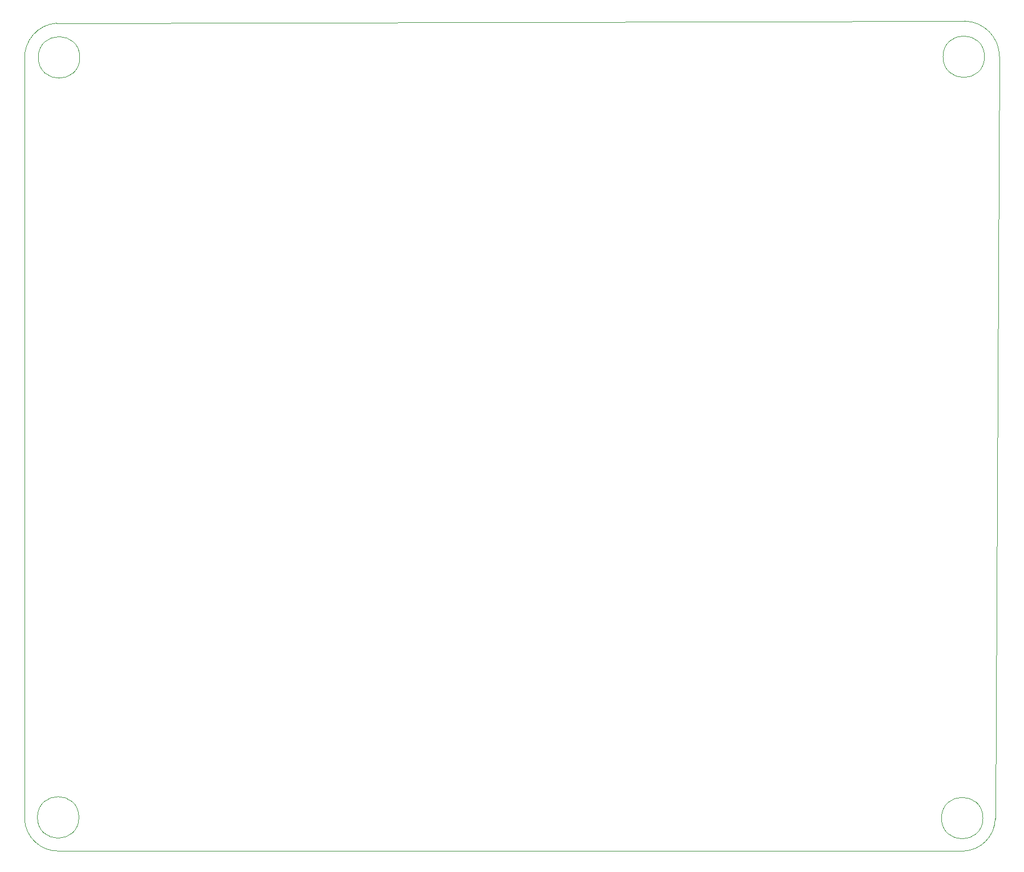
<source format=gbr>
%TF.GenerationSoftware,KiCad,Pcbnew,8.0.6*%
%TF.CreationDate,2025-03-15T16:55:39+05:30*%
%TF.ProjectId,8051_DEVboard,38303531-5f44-4455-9662-6f6172642e6b,rev?*%
%TF.SameCoordinates,Original*%
%TF.FileFunction,Profile,NP*%
%FSLAX46Y46*%
G04 Gerber Fmt 4.6, Leading zero omitted, Abs format (unit mm)*
G04 Created by KiCad (PCBNEW 8.0.6) date 2025-03-15 16:55:39*
%MOMM*%
%LPD*%
G01*
G04 APERTURE LIST*
%TA.AperFunction,Profile*%
%ADD10C,0.050000*%
%TD*%
G04 APERTURE END LIST*
D10*
X86381524Y-39795035D02*
G75*
G02*
X91106301Y-34452725I5099996J249995D01*
G01*
X228680584Y-152550000D02*
G75*
G02*
X222519416Y-152550000I-3080584J0D01*
G01*
X222519416Y-152550000D02*
G75*
G02*
X228680584Y-152550000I3080584J0D01*
G01*
X228912107Y-39445035D02*
G75*
G02*
X222750939Y-39445035I-3080584J0D01*
G01*
X222750939Y-39445035D02*
G75*
G02*
X228912107Y-39445035I3080584J0D01*
G01*
X230501295Y-152649016D02*
X231131522Y-39395035D01*
X94562107Y-39545035D02*
G75*
G02*
X88400939Y-39545035I-3080584J0D01*
G01*
X88400939Y-39545035D02*
G75*
G02*
X94562107Y-39545035I3080584J0D01*
G01*
X230501295Y-152649016D02*
G75*
G02*
X225750000Y-157450000I-4901295J99016D01*
G01*
X86381524Y-39795035D02*
X86358740Y-152761954D01*
X91450000Y-157449999D02*
G75*
G02*
X86358740Y-152761954I-100000J4999999D01*
G01*
X94430584Y-152450000D02*
G75*
G02*
X88269416Y-152450000I-3080584J0D01*
G01*
X88269416Y-152450000D02*
G75*
G02*
X94430584Y-152450000I3080584J0D01*
G01*
X91450000Y-157450000D02*
X225750000Y-157450000D01*
X91106300Y-34452717D02*
X225993699Y-34147282D01*
X225993699Y-34147282D02*
G75*
G02*
X231131465Y-39395036I-162199J-5297718D01*
G01*
M02*

</source>
